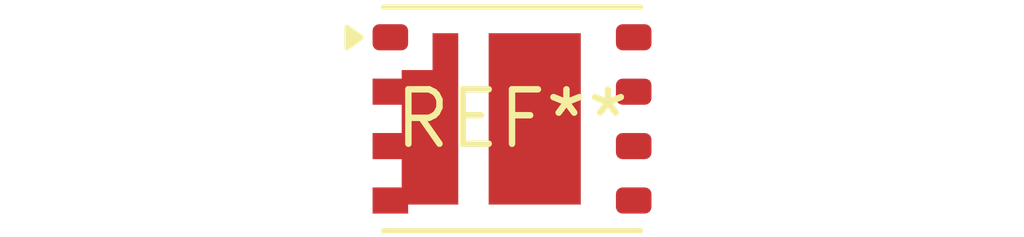
<source format=kicad_pcb>
(kicad_pcb (version 20240108) (generator pcbnew)
  (layers (0 "F.Cu" signal) (31 "B.Cu" signal) (34 "B.Paste" user) (35 "F.Paste" user) (36 "B.SilkS" user "B.Silkscreen") (37 "F.SilkS" user "F.Silkscreen") (38 "B.Mask" user) (39 "F.Mask" user) (44 "Edge.Cuts" user))
  (net 0 "")
  (footprint "Infineon_PG-TISON-8-2" (layer "F.Cu") (at 0 0)
    (property "Reference" "REF**")
    (property "Value" "Infineon_PG-TISON-8-2")
    (fp_line (start 3 -2.61) (end -3 -2.61) (layer "F.SilkS") (stroke (width 0.12)))
    (fp_line (start 3 2.61) (end -3 2.61) (layer "F.SilkS") (stroke (width 0.12)))
    (fp_poly (pts (xy -3.521838 -1.9) (xy -3.851838 -1.66) (xy -3.851838 -2.14) (xy -3.521838 -1.9)) (layer "F.SilkS") (stroke (width 0.12)) (fill solid))
    (pad "1" smd roundrect (at -2.84 -1.905) (size 0.83 0.61) (layers "F.Cu" "F.Paste" "F.Mask"))
    (pad "2" smd custom (at -1.555 0) (size 0.6 4) (layers "F.Cu" "F.Mask") (options (clearance outline) (anchor rect)) (primitives (gr_poly (pts (xy -0.3 2) (xy -0.87 2) (xy -0.87 2.21) (xy -1.7 2.21) (xy -1.7 1.6) (xy -1.02 1.6) (xy -1.02 0.94) (xy -1.7 0.94) (xy -1.7 0.33) (xy -1.02 0.33) (xy -1.02 -0.33) (xy -1.7 -0.33) (xy -1.7 -0.94) (xy -1.02 -0.94) (xy -1.02 -1.14) (xy -0.3 -1.14)) (width 0) (fill yes))))
    (pad "3" smd roundrect (at 2.84 1.905) (size 0.83 0.61) (layers "F.Cu" "F.Paste" "F.Mask"))
    (pad "4" smd roundrect (at 2.84 0.635) (size 0.83 0.61) (layers "F.Cu" "F.Paste" "F.Mask"))
    (pad "5" smd roundrect (at 2.84 -0.635) (size 0.83 0.61) (layers "F.Cu" "F.Paste" "F.Mask"))
    (pad "6" smd roundrect (at 2.84 -1.905) (size 0.83 0.61) (layers "F.Cu" "F.Paste" "F.Mask"))
    (pad "7" smd rect (at 0.53 0) (size 2.15 4) (layers "F.Cu" "F.Mask"))
  )
)
</source>
